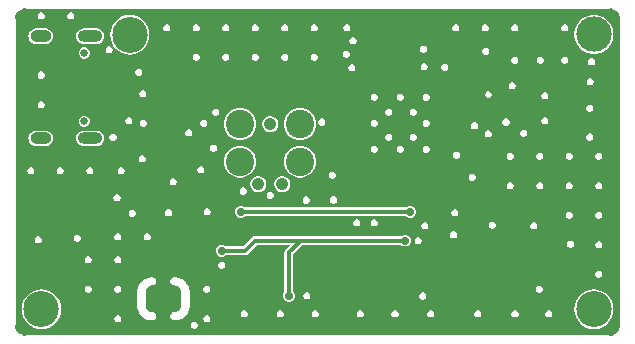
<source format=gbl>
G04*
G04 #@! TF.GenerationSoftware,Altium Limited,Altium Designer,23.0.1 (38)*
G04*
G04 Layer_Physical_Order=4*
G04 Layer_Color=16711680*
%FSLAX44Y44*%
%MOMM*%
G71*
G04*
G04 #@! TF.SameCoordinates,AA057BD2-FAE9-475E-A33E-1B252B641246*
G04*
G04*
G04 #@! TF.FilePolarity,Positive*
G04*
G01*
G75*
%ADD86C,0.3500*%
%ADD93O,3.0000X3.0480*%
%ADD94C,3.0000*%
%ADD95C,2.4000*%
%ADD96C,1.0670*%
%ADD97O,1.8000X1.0000*%
%ADD98C,0.6500*%
%ADD99O,2.1000X1.0000*%
%ADD100C,0.7000*%
G36*
X508019Y281331D02*
X510404Y280343D01*
X512452Y278771D01*
X514023Y276724D01*
X515011Y274339D01*
X515163Y273181D01*
X515080Y273056D01*
X514826Y271780D01*
Y13970D01*
X515080Y12694D01*
X515173Y12554D01*
X515011Y11321D01*
X514023Y8936D01*
X512452Y6888D01*
X510404Y5317D01*
X508019Y4329D01*
X506861Y4177D01*
X506736Y4260D01*
X505460Y4514D01*
X12700Y4514D01*
X11424Y4260D01*
X11299Y4177D01*
X10141Y4329D01*
X7756Y5317D01*
X5708Y6888D01*
X4137Y8936D01*
X3149Y11321D01*
X2987Y12554D01*
X3080Y12694D01*
X3334Y13970D01*
Y271780D01*
X3080Y273056D01*
X2997Y273181D01*
X3149Y274339D01*
X4137Y276724D01*
X5708Y278771D01*
X7756Y280343D01*
X10141Y281331D01*
X11299Y281483D01*
X11424Y281400D01*
X12700Y281146D01*
X505460Y281146D01*
X506736Y281400D01*
X506861Y281483D01*
X508019Y281331D01*
D02*
G37*
%LPC*%
G36*
X50597Y278000D02*
X49403D01*
X48301Y277543D01*
X47457Y276699D01*
X47000Y275597D01*
Y274403D01*
X47457Y273301D01*
X48301Y272457D01*
X49403Y272000D01*
X50597D01*
X51699Y272457D01*
X52543Y273301D01*
X53000Y274403D01*
Y275597D01*
X52543Y276699D01*
X51699Y277543D01*
X50597Y278000D01*
D02*
G37*
G36*
X25597D02*
X24403D01*
X23301Y277543D01*
X22457Y276699D01*
X22000Y275597D01*
Y274403D01*
X22457Y273301D01*
X23301Y272457D01*
X24403Y272000D01*
X25597D01*
X26699Y272457D01*
X27543Y273301D01*
X28000Y274403D01*
Y275597D01*
X27543Y276699D01*
X26699Y277543D01*
X25597Y278000D01*
D02*
G37*
G36*
X284315Y268176D02*
X283121D01*
X282019Y267719D01*
X281175Y266875D01*
X280718Y265773D01*
Y264579D01*
X281175Y263477D01*
X282019Y262633D01*
X283121Y262176D01*
X284315D01*
X285417Y262633D01*
X286261Y263477D01*
X286718Y264579D01*
Y265773D01*
X286261Y266875D01*
X285417Y267719D01*
X284315Y268176D01*
D02*
G37*
G36*
X468760Y267875D02*
X467567D01*
X466464Y267418D01*
X465620Y266574D01*
X465163Y265471D01*
Y264278D01*
X465620Y263175D01*
X466464Y262331D01*
X467567Y261875D01*
X468760D01*
X469863Y262331D01*
X470707Y263175D01*
X471163Y264278D01*
Y265471D01*
X470707Y266574D01*
X469863Y267418D01*
X468760Y267875D01*
D02*
G37*
G36*
X426680D02*
X425487D01*
X424384Y267418D01*
X423540Y266574D01*
X423084Y265471D01*
Y264278D01*
X423540Y263175D01*
X424384Y262331D01*
X425487Y261875D01*
X426680D01*
X427783Y262331D01*
X428627Y263175D01*
X429084Y264278D01*
Y265471D01*
X428627Y266574D01*
X427783Y267418D01*
X426680Y267875D01*
D02*
G37*
G36*
X401680D02*
X400487D01*
X399384Y267418D01*
X398540Y266574D01*
X398084Y265471D01*
Y264278D01*
X398540Y263175D01*
X399384Y262331D01*
X400487Y261875D01*
X401680D01*
X402783Y262331D01*
X403627Y263175D01*
X404084Y264278D01*
Y265471D01*
X403627Y266574D01*
X402783Y267418D01*
X401680Y267875D01*
D02*
G37*
G36*
X376680D02*
X375487D01*
X374384Y267418D01*
X373540Y266574D01*
X373084Y265471D01*
Y264278D01*
X373540Y263175D01*
X374384Y262331D01*
X375487Y261875D01*
X376680D01*
X377783Y262331D01*
X378627Y263175D01*
X379084Y264278D01*
Y265471D01*
X378627Y266574D01*
X377783Y267418D01*
X376680Y267875D01*
D02*
G37*
G36*
X256926D02*
X255733D01*
X254630Y267418D01*
X253786Y266574D01*
X253330Y265471D01*
Y264278D01*
X253786Y263175D01*
X254630Y262331D01*
X255733Y261875D01*
X256926D01*
X258029Y262331D01*
X258873Y263175D01*
X259330Y264278D01*
Y265471D01*
X258873Y266574D01*
X258029Y267418D01*
X256926Y267875D01*
D02*
G37*
G36*
X231926D02*
X230733D01*
X229630Y267418D01*
X228786Y266574D01*
X228330Y265471D01*
Y264278D01*
X228786Y263175D01*
X229630Y262331D01*
X230733Y261875D01*
X231926D01*
X233029Y262331D01*
X233873Y263175D01*
X234330Y264278D01*
Y265471D01*
X233873Y266574D01*
X233029Y267418D01*
X231926Y267875D01*
D02*
G37*
G36*
X206926D02*
X205733D01*
X204630Y267418D01*
X203786Y266574D01*
X203330Y265471D01*
Y264278D01*
X203786Y263175D01*
X204630Y262331D01*
X205733Y261875D01*
X206926D01*
X208029Y262331D01*
X208873Y263175D01*
X209330Y264278D01*
Y265471D01*
X208873Y266574D01*
X208029Y267418D01*
X206926Y267875D01*
D02*
G37*
G36*
X181926D02*
X180733D01*
X179630Y267418D01*
X178786Y266574D01*
X178330Y265471D01*
Y264278D01*
X178786Y263175D01*
X179630Y262331D01*
X180733Y261875D01*
X181926D01*
X183029Y262331D01*
X183873Y263175D01*
X184330Y264278D01*
Y265471D01*
X183873Y266574D01*
X183029Y267418D01*
X181926Y267875D01*
D02*
G37*
G36*
X156926D02*
X155733D01*
X154630Y267418D01*
X153786Y266574D01*
X153330Y265471D01*
Y264278D01*
X153786Y263175D01*
X154630Y262331D01*
X155733Y261875D01*
X156926D01*
X158029Y262331D01*
X158873Y263175D01*
X159330Y264278D01*
Y265471D01*
X158873Y266574D01*
X158029Y267418D01*
X156926Y267875D01*
D02*
G37*
G36*
X131926D02*
X130733D01*
X129630Y267418D01*
X128786Y266574D01*
X128330Y265471D01*
Y264278D01*
X128786Y263175D01*
X129630Y262331D01*
X130733Y261875D01*
X131926D01*
X133029Y262331D01*
X133873Y263175D01*
X134330Y264278D01*
Y265471D01*
X133873Y266574D01*
X133029Y267418D01*
X131926Y267875D01*
D02*
G37*
G36*
X72039Y264386D02*
X61039D01*
X59342Y264163D01*
X57761Y263508D01*
X56403Y262466D01*
X55361Y261108D01*
X54706Y259527D01*
X54483Y257830D01*
X54706Y256133D01*
X55361Y254552D01*
X56403Y253194D01*
X57761Y252152D01*
X59342Y251497D01*
X61039Y251274D01*
X72039D01*
X73736Y251497D01*
X75317Y252152D01*
X76675Y253194D01*
X77717Y254552D01*
X78372Y256133D01*
X78595Y257830D01*
X78372Y259527D01*
X77717Y261108D01*
X76675Y262466D01*
X75317Y263508D01*
X73736Y264163D01*
X72039Y264386D01*
D02*
G37*
G36*
X28739D02*
X20739D01*
X19042Y264163D01*
X17461Y263508D01*
X16103Y262466D01*
X15061Y261108D01*
X14406Y259527D01*
X14183Y257830D01*
X14406Y256133D01*
X15061Y254552D01*
X16103Y253194D01*
X17461Y252152D01*
X19042Y251497D01*
X20739Y251274D01*
X28739D01*
X30436Y251497D01*
X32017Y252152D01*
X33375Y253194D01*
X34417Y254552D01*
X35072Y256133D01*
X35295Y257830D01*
X35072Y259527D01*
X34417Y261108D01*
X33375Y262466D01*
X32017Y263508D01*
X30436Y264163D01*
X28739Y264386D01*
D02*
G37*
G36*
X289649Y257000D02*
X288455D01*
X287353Y256543D01*
X286509Y255699D01*
X286052Y254597D01*
Y253403D01*
X286509Y252301D01*
X287353Y251457D01*
X288455Y251000D01*
X289649D01*
X290751Y251457D01*
X291595Y252301D01*
X292052Y253403D01*
Y254597D01*
X291595Y255699D01*
X290751Y256543D01*
X289649Y257000D01*
D02*
G37*
G36*
X349339Y249634D02*
X348145D01*
X347043Y249177D01*
X346199Y248333D01*
X345742Y247231D01*
Y246037D01*
X346199Y244935D01*
X347043Y244091D01*
X348145Y243634D01*
X349339D01*
X350441Y244091D01*
X351285Y244935D01*
X351742Y246037D01*
Y247231D01*
X351285Y248333D01*
X350441Y249177D01*
X349339Y249634D01*
D02*
G37*
G36*
X83147Y249380D02*
X81953D01*
X80851Y248923D01*
X80007Y248079D01*
X79550Y246977D01*
Y245783D01*
X80007Y244681D01*
X80851Y243837D01*
X81953Y243380D01*
X83147D01*
X84249Y243837D01*
X85093Y244681D01*
X85550Y245783D01*
Y246977D01*
X85093Y248079D01*
X84249Y248923D01*
X83147Y249380D01*
D02*
G37*
G36*
X494639Y275840D02*
X491389D01*
X488201Y275206D01*
X485198Y273962D01*
X482496Y272156D01*
X480198Y269858D01*
X478392Y267155D01*
X477148Y264153D01*
X476514Y260965D01*
Y257715D01*
X477148Y254527D01*
X478392Y251524D01*
X480198Y248822D01*
X482496Y246523D01*
X485198Y244718D01*
X488201Y243474D01*
X491389Y242840D01*
X494639D01*
X497827Y243474D01*
X500830Y244718D01*
X503532Y246523D01*
X505830Y248822D01*
X507636Y251524D01*
X508880Y254527D01*
X509514Y257715D01*
Y260965D01*
X508880Y264153D01*
X507636Y267155D01*
X505830Y269858D01*
X503532Y272156D01*
X500830Y273962D01*
X497827Y275206D01*
X494639Y275840D01*
D02*
G37*
G36*
X99996Y275920D02*
X96762Y275601D01*
X93651Y274658D01*
X90785Y273125D01*
X88272Y271064D01*
X86210Y268551D01*
X84678Y265685D01*
X83735Y262574D01*
X83416Y259340D01*
Y258860D01*
X83735Y255625D01*
X84678Y252515D01*
X86210Y249649D01*
X88272Y247136D01*
X90785Y245074D01*
X93651Y243542D01*
X96762Y242599D01*
X99996Y242280D01*
X103231Y242599D01*
X106341Y243542D01*
X109207Y245074D01*
X111720Y247136D01*
X113782Y249649D01*
X115314Y252515D01*
X116257Y255625D01*
X116576Y258860D01*
Y259340D01*
X116257Y262574D01*
X115314Y265685D01*
X113782Y268551D01*
X111720Y271064D01*
X109207Y273125D01*
X106341Y274658D01*
X103231Y275601D01*
X99996Y275920D01*
D02*
G37*
G36*
X402091Y247894D02*
X400897D01*
X399795Y247437D01*
X398951Y246593D01*
X398494Y245491D01*
Y244297D01*
X398951Y243195D01*
X399795Y242351D01*
X400897Y241894D01*
X402091D01*
X403193Y242351D01*
X404037Y243195D01*
X404494Y244297D01*
Y245491D01*
X404037Y246593D01*
X403193Y247437D01*
X402091Y247894D01*
D02*
G37*
G36*
X284061Y245570D02*
X282867D01*
X281765Y245113D01*
X280921Y244269D01*
X280464Y243167D01*
Y241973D01*
X280921Y240871D01*
X281765Y240027D01*
X282867Y239570D01*
X284061D01*
X285163Y240027D01*
X286007Y240871D01*
X286464Y241973D01*
Y243167D01*
X286007Y244269D01*
X285163Y245113D01*
X284061Y245570D01*
D02*
G37*
G36*
X62484Y248280D02*
X60594D01*
X58848Y247557D01*
X57512Y246221D01*
X56789Y244475D01*
Y242585D01*
X57512Y240839D01*
X58848Y239503D01*
X60594Y238780D01*
X62484D01*
X64230Y239503D01*
X65566Y240839D01*
X66289Y242585D01*
Y244475D01*
X65566Y246221D01*
X64230Y247557D01*
X62484Y248280D01*
D02*
G37*
G36*
X256926Y242875D02*
X255733D01*
X254630Y242418D01*
X253786Y241574D01*
X253330Y240471D01*
Y239278D01*
X253786Y238175D01*
X254630Y237331D01*
X255733Y236875D01*
X256926D01*
X258029Y237331D01*
X258873Y238175D01*
X259330Y239278D01*
Y240471D01*
X258873Y241574D01*
X258029Y242418D01*
X256926Y242875D01*
D02*
G37*
G36*
X231926D02*
X230733D01*
X229630Y242418D01*
X228786Y241574D01*
X228330Y240471D01*
Y239278D01*
X228786Y238175D01*
X229630Y237331D01*
X230733Y236875D01*
X231926D01*
X233029Y237331D01*
X233873Y238175D01*
X234330Y239278D01*
Y240471D01*
X233873Y241574D01*
X233029Y242418D01*
X231926Y242875D01*
D02*
G37*
G36*
X206926D02*
X205733D01*
X204630Y242418D01*
X203786Y241574D01*
X203330Y240471D01*
Y239278D01*
X203786Y238175D01*
X204630Y237331D01*
X205733Y236875D01*
X206926D01*
X208029Y237331D01*
X208873Y238175D01*
X209330Y239278D01*
Y240471D01*
X208873Y241574D01*
X208029Y242418D01*
X206926Y242875D01*
D02*
G37*
G36*
X181926D02*
X180733D01*
X179630Y242418D01*
X178786Y241574D01*
X178330Y240471D01*
Y239278D01*
X178786Y238175D01*
X179630Y237331D01*
X180733Y236875D01*
X181926D01*
X183029Y237331D01*
X183873Y238175D01*
X184330Y239278D01*
Y240471D01*
X183873Y241574D01*
X183029Y242418D01*
X181926Y242875D01*
D02*
G37*
G36*
X156926D02*
X155733D01*
X154630Y242418D01*
X153786Y241574D01*
X153330Y240471D01*
Y239278D01*
X153786Y238175D01*
X154630Y237331D01*
X155733Y236875D01*
X156926D01*
X158029Y237331D01*
X158873Y238175D01*
X159330Y239278D01*
Y240471D01*
X158873Y241574D01*
X158029Y242418D01*
X156926Y242875D01*
D02*
G37*
G36*
X468760Y240335D02*
X467567D01*
X466464Y239879D01*
X465620Y239035D01*
X465163Y237932D01*
Y236739D01*
X465620Y235636D01*
X466464Y234792D01*
X467567Y234335D01*
X468760D01*
X469863Y234792D01*
X470707Y235636D01*
X471163Y236739D01*
Y237932D01*
X470707Y239035D01*
X469863Y239879D01*
X468760Y240335D01*
D02*
G37*
G36*
X448347D02*
X447153D01*
X446051Y239879D01*
X445207Y239035D01*
X444750Y237932D01*
Y236739D01*
X445207Y235636D01*
X446051Y234792D01*
X447153Y234335D01*
X448347D01*
X449449Y234792D01*
X450293Y235636D01*
X450750Y236739D01*
Y237932D01*
X450293Y239035D01*
X449449Y239879D01*
X448347Y240335D01*
D02*
G37*
G36*
X426680D02*
X425487D01*
X424384Y239879D01*
X423540Y239035D01*
X423084Y237932D01*
Y236739D01*
X423540Y235636D01*
X424384Y234792D01*
X425487Y234335D01*
X426680D01*
X427783Y234792D01*
X428627Y235636D01*
X429084Y236739D01*
Y237932D01*
X428627Y239035D01*
X427783Y239879D01*
X426680Y240335D01*
D02*
G37*
G36*
X491579Y239220D02*
X490385D01*
X489283Y238763D01*
X488439Y237919D01*
X487982Y236817D01*
Y235623D01*
X488439Y234521D01*
X489283Y233677D01*
X490385Y233220D01*
X491579D01*
X492681Y233677D01*
X493525Y234521D01*
X493982Y235623D01*
Y236817D01*
X493525Y237919D01*
X492681Y238763D01*
X491579Y239220D01*
D02*
G37*
G36*
X349847Y235156D02*
X348653D01*
X347551Y234699D01*
X346707Y233855D01*
X346250Y232753D01*
Y231559D01*
X346707Y230457D01*
X347551Y229613D01*
X348653Y229156D01*
X349847D01*
X350949Y229613D01*
X351793Y230457D01*
X352250Y231559D01*
Y232753D01*
X351793Y233855D01*
X350949Y234699D01*
X349847Y235156D01*
D02*
G37*
G36*
X367373Y234394D02*
X366179D01*
X365077Y233937D01*
X364233Y233093D01*
X363776Y231991D01*
Y230797D01*
X364233Y229695D01*
X365077Y228851D01*
X366179Y228394D01*
X367373D01*
X368475Y228851D01*
X369319Y229695D01*
X369776Y230797D01*
Y231991D01*
X369319Y233093D01*
X368475Y233937D01*
X367373Y234394D01*
D02*
G37*
G36*
X288633Y234140D02*
X287439D01*
X286337Y233683D01*
X285493Y232839D01*
X285036Y231737D01*
Y230543D01*
X285493Y229441D01*
X286337Y228597D01*
X287439Y228140D01*
X288633D01*
X289735Y228597D01*
X290579Y229441D01*
X291036Y230543D01*
Y231737D01*
X290579Y232839D01*
X289735Y233683D01*
X288633Y234140D01*
D02*
G37*
G36*
X108293Y230330D02*
X107099D01*
X105997Y229873D01*
X105153Y229029D01*
X104696Y227927D01*
Y226733D01*
X105153Y225631D01*
X105997Y224787D01*
X107099Y224330D01*
X108293D01*
X109395Y224787D01*
X110239Y225631D01*
X110696Y226733D01*
Y227927D01*
X110239Y229029D01*
X109395Y229873D01*
X108293Y230330D01*
D02*
G37*
G36*
X25597Y228000D02*
X24403D01*
X23301Y227543D01*
X22457Y226699D01*
X22000Y225597D01*
Y224403D01*
X22457Y223301D01*
X23301Y222457D01*
X24403Y222000D01*
X25597D01*
X26699Y222457D01*
X27543Y223301D01*
X28000Y224403D01*
Y225597D01*
X27543Y226699D01*
X26699Y227543D01*
X25597Y228000D01*
D02*
G37*
G36*
X490563Y222456D02*
X489369D01*
X488267Y221999D01*
X487423Y221155D01*
X486966Y220053D01*
Y218859D01*
X487423Y217757D01*
X488267Y216913D01*
X489369Y216456D01*
X490563D01*
X491665Y216913D01*
X492509Y217757D01*
X492966Y218859D01*
Y220053D01*
X492509Y221155D01*
X491665Y221999D01*
X490563Y222456D01*
D02*
G37*
G36*
X424523Y218900D02*
X423329D01*
X422227Y218443D01*
X421383Y217599D01*
X420926Y216497D01*
Y215303D01*
X421383Y214201D01*
X422227Y213357D01*
X423329Y212900D01*
X424523D01*
X425625Y213357D01*
X426469Y214201D01*
X426926Y215303D01*
Y216497D01*
X426469Y217599D01*
X425625Y218443D01*
X424523Y218900D01*
D02*
G37*
G36*
X111567Y212296D02*
X110373D01*
X109271Y211839D01*
X108427Y210995D01*
X107970Y209893D01*
Y208699D01*
X108427Y207597D01*
X109271Y206753D01*
X110373Y206296D01*
X111567D01*
X112669Y206753D01*
X113513Y207597D01*
X113970Y208699D01*
Y209893D01*
X113513Y210995D01*
X112669Y211839D01*
X111567Y212296D01*
D02*
G37*
G36*
X404153Y211030D02*
X403059D01*
X402048Y210611D01*
X401275Y209838D01*
X400856Y208827D01*
Y207733D01*
X401275Y206722D01*
X402048Y205949D01*
X403059Y205530D01*
X404153D01*
X405164Y205949D01*
X405937Y206722D01*
X406356Y207733D01*
Y208827D01*
X405937Y209838D01*
X405164Y210611D01*
X404153Y211030D01*
D02*
G37*
G36*
X451955Y210518D02*
X450761D01*
X449659Y210061D01*
X448815Y209217D01*
X448358Y208115D01*
Y206921D01*
X448815Y205819D01*
X449659Y204975D01*
X450761Y204518D01*
X451955D01*
X453057Y204975D01*
X453901Y205819D01*
X454358Y206921D01*
Y208115D01*
X453901Y209217D01*
X453057Y210061D01*
X451955Y210518D01*
D02*
G37*
G36*
X351625Y208994D02*
X350431D01*
X349328Y208537D01*
X348485Y207693D01*
X348028Y206591D01*
Y205397D01*
X348485Y204295D01*
X349328Y203451D01*
X350431Y202994D01*
X351625D01*
X352727Y203451D01*
X353571Y204295D01*
X354028Y205397D01*
Y206591D01*
X353571Y207693D01*
X352727Y208537D01*
X351625Y208994D01*
D02*
G37*
G36*
X329781D02*
X328587D01*
X327485Y208537D01*
X326641Y207693D01*
X326184Y206591D01*
Y205397D01*
X326641Y204295D01*
X327485Y203451D01*
X328587Y202994D01*
X329781D01*
X330883Y203451D01*
X331727Y204295D01*
X332184Y205397D01*
Y206591D01*
X331727Y207693D01*
X330883Y208537D01*
X329781Y208994D01*
D02*
G37*
G36*
X307683D02*
X306489D01*
X305387Y208537D01*
X304543Y207693D01*
X304086Y206591D01*
Y205397D01*
X304543Y204295D01*
X305387Y203451D01*
X306489Y202994D01*
X307683D01*
X308785Y203451D01*
X309629Y204295D01*
X310086Y205397D01*
Y206591D01*
X309629Y207693D01*
X308785Y208537D01*
X307683Y208994D01*
D02*
G37*
G36*
X25597Y203000D02*
X24403D01*
X23301Y202543D01*
X22457Y201699D01*
X22000Y200597D01*
Y199403D01*
X22457Y198301D01*
X23301Y197457D01*
X24403Y197000D01*
X25597D01*
X26699Y197457D01*
X27543Y198301D01*
X28000Y199403D01*
Y200597D01*
X27543Y201699D01*
X26699Y202543D01*
X25597Y203000D01*
D02*
G37*
G36*
X490055Y199650D02*
X488861D01*
X487759Y199193D01*
X486915Y198349D01*
X486458Y197247D01*
Y196053D01*
X486915Y194951D01*
X487759Y194107D01*
X488861Y193650D01*
X490055D01*
X491157Y194107D01*
X492001Y194951D01*
X492458Y196053D01*
Y197247D01*
X492001Y198349D01*
X491157Y199193D01*
X490055Y199650D01*
D02*
G37*
G36*
X173317Y196548D02*
X172123D01*
X171021Y196091D01*
X170177Y195247D01*
X169720Y194145D01*
Y192951D01*
X170177Y191849D01*
X171021Y191005D01*
X172123Y190548D01*
X173317D01*
X174419Y191005D01*
X175263Y191849D01*
X175720Y192951D01*
Y194145D01*
X175263Y195247D01*
X174419Y196091D01*
X173317Y196548D01*
D02*
G37*
G36*
X340703Y196294D02*
X339509D01*
X338407Y195837D01*
X337563Y194993D01*
X337106Y193891D01*
Y192697D01*
X337563Y191595D01*
X338407Y190751D01*
X339509Y190294D01*
X340703D01*
X341805Y190751D01*
X342649Y191595D01*
X343106Y192697D01*
Y193891D01*
X342649Y194993D01*
X341805Y195837D01*
X340703Y196294D01*
D02*
G37*
G36*
X319875D02*
X318681D01*
X317579Y195837D01*
X316735Y194993D01*
X316278Y193891D01*
Y192697D01*
X316735Y191595D01*
X317579Y190751D01*
X318681Y190294D01*
X319875D01*
X320977Y190751D01*
X321821Y191595D01*
X322278Y192697D01*
Y193891D01*
X321821Y194993D01*
X320977Y195837D01*
X319875Y196294D01*
D02*
G37*
G36*
X451955Y189436D02*
X450761D01*
X449659Y188979D01*
X448815Y188135D01*
X448358Y187033D01*
Y185839D01*
X448815Y184737D01*
X449659Y183893D01*
X450761Y183436D01*
X451955D01*
X453057Y183893D01*
X453901Y184737D01*
X454358Y185839D01*
Y187033D01*
X453901Y188135D01*
X453057Y188979D01*
X451955Y189436D01*
D02*
G37*
G36*
X99911D02*
X98717D01*
X97615Y188979D01*
X96771Y188135D01*
X96314Y187033D01*
Y185839D01*
X96771Y184737D01*
X97615Y183893D01*
X98717Y183436D01*
X99911D01*
X101013Y183893D01*
X101857Y184737D01*
X102314Y185839D01*
Y187033D01*
X101857Y188135D01*
X101013Y188979D01*
X99911Y189436D01*
D02*
G37*
G36*
X419189Y188166D02*
X417995D01*
X416893Y187709D01*
X416049Y186865D01*
X415592Y185763D01*
Y184569D01*
X416049Y183467D01*
X416893Y182623D01*
X417995Y182166D01*
X419189D01*
X420291Y182623D01*
X421135Y183467D01*
X421592Y184569D01*
Y185763D01*
X421135Y186865D01*
X420291Y187709D01*
X419189Y188166D01*
D02*
G37*
G36*
X263233D02*
X262039D01*
X260937Y187709D01*
X260093Y186865D01*
X259636Y185763D01*
Y184569D01*
X260093Y183467D01*
X260937Y182623D01*
X262039Y182166D01*
X263233D01*
X264335Y182623D01*
X265179Y183467D01*
X265636Y184569D01*
Y185763D01*
X265179Y186865D01*
X264335Y187709D01*
X263233Y188166D01*
D02*
G37*
G36*
X112167Y187314D02*
X110973D01*
X109871Y186857D01*
X109027Y186013D01*
X108570Y184911D01*
Y183717D01*
X109027Y182615D01*
X109871Y181771D01*
X110973Y181314D01*
X112167D01*
X113269Y181771D01*
X114113Y182615D01*
X114570Y183717D01*
Y184911D01*
X114113Y186013D01*
X113269Y186857D01*
X112167Y187314D01*
D02*
G37*
G36*
X351625Y187150D02*
X350431D01*
X349328Y186693D01*
X348485Y185849D01*
X348028Y184747D01*
Y183553D01*
X348485Y182451D01*
X349328Y181607D01*
X350431Y181150D01*
X351625D01*
X352727Y181607D01*
X353571Y182451D01*
X354028Y183553D01*
Y184747D01*
X353571Y185849D01*
X352727Y186693D01*
X351625Y187150D01*
D02*
G37*
G36*
X307683D02*
X306489D01*
X305387Y186693D01*
X304543Y185849D01*
X304086Y184747D01*
Y183553D01*
X304543Y182451D01*
X305387Y181607D01*
X306489Y181150D01*
X307683D01*
X308785Y181607D01*
X309629Y182451D01*
X310086Y183553D01*
Y184747D01*
X309629Y185849D01*
X308785Y186693D01*
X307683Y187150D01*
D02*
G37*
G36*
X163411D02*
X162217D01*
X161115Y186693D01*
X160271Y185849D01*
X159814Y184747D01*
Y183553D01*
X160271Y182451D01*
X161115Y181607D01*
X162217Y181150D01*
X163411D01*
X164513Y181607D01*
X165357Y182451D01*
X165814Y183553D01*
Y184747D01*
X165357Y185849D01*
X164513Y186693D01*
X163411Y187150D01*
D02*
G37*
G36*
X62484Y190480D02*
X60594D01*
X58848Y189757D01*
X57512Y188421D01*
X56789Y186675D01*
Y184785D01*
X57512Y183039D01*
X58848Y181703D01*
X60594Y180980D01*
X62484D01*
X64230Y181703D01*
X65566Y183039D01*
X66289Y184785D01*
Y186675D01*
X65566Y188421D01*
X64230Y189757D01*
X62484Y190480D01*
D02*
G37*
G36*
X392519Y185118D02*
X391325D01*
X390223Y184661D01*
X389379Y183817D01*
X388922Y182715D01*
Y181521D01*
X389379Y180419D01*
X390223Y179575D01*
X391325Y179118D01*
X392519D01*
X393621Y179575D01*
X394465Y180419D01*
X394922Y181521D01*
Y182715D01*
X394465Y183817D01*
X393621Y184661D01*
X392519Y185118D01*
D02*
G37*
G36*
X219848Y190223D02*
X218048D01*
X216310Y189757D01*
X214751Y188857D01*
X213479Y187585D01*
X212579Y186026D01*
X212113Y184288D01*
Y182488D01*
X212579Y180750D01*
X213479Y179191D01*
X214751Y177919D01*
X216310Y177019D01*
X218048Y176553D01*
X219848D01*
X221586Y177019D01*
X223145Y177919D01*
X224417Y179191D01*
X225317Y180750D01*
X225783Y182488D01*
Y184288D01*
X225317Y186026D01*
X224417Y187585D01*
X223145Y188857D01*
X221586Y189757D01*
X219848Y190223D01*
D02*
G37*
G36*
X150711Y179022D02*
X149517D01*
X148415Y178565D01*
X147571Y177721D01*
X147114Y176619D01*
Y175425D01*
X147571Y174323D01*
X148415Y173479D01*
X149517Y173022D01*
X150711D01*
X151813Y173479D01*
X152657Y174323D01*
X153114Y175425D01*
Y176619D01*
X152657Y177721D01*
X151813Y178565D01*
X150711Y179022D01*
D02*
G37*
G36*
X434175Y178768D02*
X432981D01*
X431879Y178311D01*
X431035Y177467D01*
X430578Y176365D01*
Y175171D01*
X431035Y174069D01*
X431879Y173225D01*
X432981Y172768D01*
X434175D01*
X435277Y173225D01*
X436121Y174069D01*
X436578Y175171D01*
Y176365D01*
X436121Y177467D01*
X435277Y178311D01*
X434175Y178768D01*
D02*
G37*
G36*
X404203Y178134D02*
X403009D01*
X401907Y177677D01*
X401063Y176833D01*
X400606Y175731D01*
Y174537D01*
X401063Y173435D01*
X401907Y172591D01*
X403009Y172134D01*
X404203D01*
X405305Y172591D01*
X406149Y173435D01*
X406606Y174537D01*
Y175731D01*
X406149Y176833D01*
X405305Y177677D01*
X404203Y178134D01*
D02*
G37*
G36*
X246125Y196888D02*
X242571D01*
X239137Y195968D01*
X236059Y194191D01*
X233545Y191677D01*
X231768Y188599D01*
X230848Y185165D01*
Y181611D01*
X231768Y178177D01*
X233545Y175099D01*
X236059Y172585D01*
X239137Y170808D01*
X242571Y169888D01*
X246125D01*
X249559Y170808D01*
X252637Y172585D01*
X255151Y175099D01*
X256928Y178177D01*
X257848Y181611D01*
Y185165D01*
X256928Y188599D01*
X255151Y191677D01*
X252637Y194191D01*
X249559Y195968D01*
X246125Y196888D01*
D02*
G37*
G36*
X195325D02*
X191771D01*
X188337Y195968D01*
X185259Y194191D01*
X182745Y191677D01*
X180968Y188599D01*
X180048Y185165D01*
Y181611D01*
X180968Y178177D01*
X182745Y175099D01*
X185259Y172585D01*
X188337Y170808D01*
X191771Y169888D01*
X195325D01*
X198759Y170808D01*
X201837Y172585D01*
X204351Y175099D01*
X206128Y178177D01*
X207048Y181611D01*
Y185165D01*
X206128Y188599D01*
X204351Y191677D01*
X201837Y194191D01*
X198759Y195968D01*
X195325Y196888D01*
D02*
G37*
G36*
X490055Y175466D02*
X488861D01*
X487759Y175009D01*
X486915Y174165D01*
X486458Y173063D01*
Y171869D01*
X486915Y170767D01*
X487759Y169923D01*
X488861Y169466D01*
X490055D01*
X491157Y169923D01*
X492001Y170767D01*
X492458Y171869D01*
Y173063D01*
X492001Y174165D01*
X491157Y175009D01*
X490055Y175466D01*
D02*
G37*
G36*
X340703Y175212D02*
X339509D01*
X338407Y174755D01*
X337563Y173911D01*
X337106Y172809D01*
Y171615D01*
X337563Y170513D01*
X338407Y169669D01*
X339509Y169212D01*
X340703D01*
X341805Y169669D01*
X342649Y170513D01*
X343106Y171615D01*
Y172809D01*
X342649Y173911D01*
X341805Y174755D01*
X340703Y175212D01*
D02*
G37*
G36*
X319875D02*
X318681D01*
X317579Y174755D01*
X316735Y173911D01*
X316278Y172809D01*
Y171615D01*
X316735Y170513D01*
X317579Y169669D01*
X318681Y169212D01*
X319875D01*
X320977Y169669D01*
X321821Y170513D01*
X322278Y171615D01*
Y172809D01*
X321821Y173911D01*
X320977Y174755D01*
X319875Y175212D01*
D02*
G37*
G36*
X86449D02*
X85255D01*
X84153Y174755D01*
X83309Y173911D01*
X82852Y172809D01*
Y171615D01*
X83309Y170513D01*
X84153Y169669D01*
X85255Y169212D01*
X86449D01*
X87551Y169669D01*
X88395Y170513D01*
X88852Y171615D01*
Y172809D01*
X88395Y173911D01*
X87551Y174755D01*
X86449Y175212D01*
D02*
G37*
G36*
X72039Y177986D02*
X61039D01*
X59342Y177763D01*
X57761Y177108D01*
X56403Y176066D01*
X55361Y174708D01*
X54706Y173127D01*
X54483Y171430D01*
X54706Y169733D01*
X55361Y168152D01*
X56403Y166794D01*
X57761Y165752D01*
X59342Y165097D01*
X61039Y164874D01*
X72039D01*
X73736Y165097D01*
X75317Y165752D01*
X76675Y166794D01*
X77717Y168152D01*
X78372Y169733D01*
X78595Y171430D01*
X78372Y173127D01*
X77717Y174708D01*
X76675Y176066D01*
X75317Y177108D01*
X73736Y177763D01*
X72039Y177986D01*
D02*
G37*
G36*
X28739D02*
X20739D01*
X19042Y177763D01*
X17461Y177108D01*
X16103Y176066D01*
X15061Y174708D01*
X14406Y173127D01*
X14183Y171430D01*
X14406Y169733D01*
X15061Y168152D01*
X16103Y166794D01*
X17461Y165752D01*
X19042Y165097D01*
X20739Y164874D01*
X28739D01*
X30436Y165097D01*
X32017Y165752D01*
X33375Y166794D01*
X34417Y168152D01*
X35072Y169733D01*
X35295Y171430D01*
X35072Y173127D01*
X34417Y174708D01*
X33375Y176066D01*
X32017Y177108D01*
X30436Y177763D01*
X28739Y177986D01*
D02*
G37*
G36*
X171539Y165814D02*
X170345D01*
X169243Y165357D01*
X168399Y164513D01*
X167942Y163411D01*
Y162217D01*
X168399Y161115D01*
X169243Y160271D01*
X170345Y159814D01*
X171539D01*
X172641Y160271D01*
X173485Y161115D01*
X173942Y162217D01*
Y163411D01*
X173485Y164513D01*
X172641Y165357D01*
X171539Y165814D01*
D02*
G37*
G36*
X351625Y165052D02*
X350431D01*
X349328Y164595D01*
X348485Y163751D01*
X348028Y162649D01*
Y161455D01*
X348485Y160353D01*
X349328Y159509D01*
X350431Y159052D01*
X351625D01*
X352727Y159509D01*
X353571Y160353D01*
X354028Y161455D01*
Y162649D01*
X353571Y163751D01*
X352727Y164595D01*
X351625Y165052D01*
D02*
G37*
G36*
X329781D02*
X328587D01*
X327485Y164595D01*
X326641Y163751D01*
X326184Y162649D01*
Y161455D01*
X326641Y160353D01*
X327485Y159509D01*
X328587Y159052D01*
X329781D01*
X330883Y159509D01*
X331727Y160353D01*
X332184Y161455D01*
Y162649D01*
X331727Y163751D01*
X330883Y164595D01*
X329781Y165052D01*
D02*
G37*
G36*
X307683D02*
X306489D01*
X305387Y164595D01*
X304543Y163751D01*
X304086Y162649D01*
Y161455D01*
X304543Y160353D01*
X305387Y159509D01*
X306489Y159052D01*
X307683D01*
X308785Y159509D01*
X309629Y160353D01*
X310086Y161455D01*
Y162649D01*
X309629Y163751D01*
X308785Y164595D01*
X307683Y165052D01*
D02*
G37*
G36*
X377279Y159972D02*
X376085D01*
X374983Y159515D01*
X374139Y158671D01*
X373682Y157569D01*
Y156375D01*
X374139Y155273D01*
X374983Y154429D01*
X376085Y153972D01*
X377279D01*
X378381Y154429D01*
X379225Y155273D01*
X379682Y156375D01*
Y157569D01*
X379225Y158671D01*
X378381Y159515D01*
X377279Y159972D01*
D02*
G37*
G36*
X497722Y159330D02*
X496529D01*
X495426Y158873D01*
X494582Y158029D01*
X494125Y156926D01*
Y155733D01*
X494582Y154630D01*
X495426Y153786D01*
X496529Y153330D01*
X497722D01*
X498825Y153786D01*
X499669Y154630D01*
X500125Y155733D01*
Y156926D01*
X499669Y158029D01*
X498825Y158873D01*
X497722Y159330D01*
D02*
G37*
G36*
X472722D02*
X471529D01*
X470426Y158873D01*
X469582Y158029D01*
X469125Y156926D01*
Y155733D01*
X469582Y154630D01*
X470426Y153786D01*
X471529Y153330D01*
X472722D01*
X473825Y153786D01*
X474669Y154630D01*
X475125Y155733D01*
Y156926D01*
X474669Y158029D01*
X473825Y158873D01*
X472722Y159330D01*
D02*
G37*
G36*
X447722D02*
X446529D01*
X445426Y158873D01*
X444582Y158029D01*
X444125Y156926D01*
Y155733D01*
X444582Y154630D01*
X445426Y153786D01*
X446529Y153330D01*
X447722D01*
X448825Y153786D01*
X449669Y154630D01*
X450125Y155733D01*
Y156926D01*
X449669Y158029D01*
X448825Y158873D01*
X447722Y159330D01*
D02*
G37*
G36*
X422722D02*
X421529D01*
X420426Y158873D01*
X419582Y158029D01*
X419125Y156926D01*
Y155733D01*
X419582Y154630D01*
X420426Y153786D01*
X421529Y153330D01*
X422722D01*
X423825Y153786D01*
X424669Y154630D01*
X425125Y155733D01*
Y156926D01*
X424669Y158029D01*
X423825Y158873D01*
X422722Y159330D01*
D02*
G37*
G36*
X111247Y156924D02*
X110053D01*
X108951Y156467D01*
X108107Y155623D01*
X107650Y154521D01*
Y153327D01*
X108107Y152225D01*
X108951Y151381D01*
X110053Y150924D01*
X111247D01*
X112350Y151381D01*
X113193Y152225D01*
X113650Y153327D01*
Y154521D01*
X113193Y155623D01*
X112350Y156467D01*
X111247Y156924D01*
D02*
G37*
G36*
X160871Y147780D02*
X159677D01*
X158575Y147323D01*
X157731Y146479D01*
X157274Y145377D01*
Y144183D01*
X157731Y143081D01*
X158575Y142237D01*
X159677Y141780D01*
X160871D01*
X161973Y142237D01*
X162817Y143081D01*
X163274Y144183D01*
Y145377D01*
X162817Y146479D01*
X161973Y147323D01*
X160871Y147780D01*
D02*
G37*
G36*
X93561Y147018D02*
X92367D01*
X91265Y146561D01*
X90421Y145717D01*
X89964Y144615D01*
Y143421D01*
X90421Y142319D01*
X91265Y141475D01*
X92367Y141018D01*
X93561D01*
X94663Y141475D01*
X95507Y142319D01*
X95964Y143421D01*
Y144615D01*
X95507Y145717D01*
X94663Y146561D01*
X93561Y147018D01*
D02*
G37*
G36*
X66762Y146977D02*
X65569D01*
X64466Y146520D01*
X63622Y145676D01*
X63166Y144573D01*
Y143380D01*
X63622Y142277D01*
X64466Y141433D01*
X65569Y140977D01*
X66762D01*
X67865Y141433D01*
X68709Y142277D01*
X69166Y143380D01*
Y144573D01*
X68709Y145676D01*
X67865Y146520D01*
X66762Y146977D01*
D02*
G37*
G36*
X41762D02*
X40569D01*
X39466Y146520D01*
X38622Y145676D01*
X38166Y144573D01*
Y143380D01*
X38622Y142277D01*
X39466Y141433D01*
X40569Y140977D01*
X41762D01*
X42865Y141433D01*
X43709Y142277D01*
X44166Y143380D01*
Y144573D01*
X43709Y145676D01*
X42865Y146520D01*
X41762Y146977D01*
D02*
G37*
G36*
X16762D02*
X15569D01*
X14466Y146520D01*
X13622Y145676D01*
X13166Y144573D01*
Y143380D01*
X13622Y142277D01*
X14466Y141433D01*
X15569Y140977D01*
X16762D01*
X17865Y141433D01*
X18709Y142277D01*
X19166Y143380D01*
Y144573D01*
X18709Y145676D01*
X17865Y146520D01*
X16762Y146977D01*
D02*
G37*
G36*
X246125Y165138D02*
X242571D01*
X239137Y164218D01*
X236059Y162441D01*
X233545Y159927D01*
X231768Y156849D01*
X230848Y153415D01*
Y149861D01*
X231768Y146427D01*
X233545Y143349D01*
X236059Y140835D01*
X239137Y139058D01*
X242571Y138138D01*
X246125D01*
X249559Y139058D01*
X252637Y140835D01*
X255151Y143349D01*
X256928Y146427D01*
X257848Y149861D01*
Y153415D01*
X256928Y156849D01*
X255151Y159927D01*
X252637Y162441D01*
X249559Y164218D01*
X246125Y165138D01*
D02*
G37*
G36*
X195325D02*
X191771D01*
X188337Y164218D01*
X185259Y162441D01*
X182745Y159927D01*
X180968Y156849D01*
X180048Y153415D01*
Y149861D01*
X180968Y146427D01*
X182745Y143349D01*
X185259Y140835D01*
X188337Y139058D01*
X191771Y138138D01*
X195325D01*
X198759Y139058D01*
X201837Y140835D01*
X204351Y143349D01*
X206128Y146427D01*
X207048Y149861D01*
Y153415D01*
X206128Y156849D01*
X204351Y159927D01*
X201837Y162441D01*
X198759Y164218D01*
X195325Y165138D01*
D02*
G37*
G36*
X272123Y142954D02*
X270929D01*
X269827Y142497D01*
X268983Y141653D01*
X268526Y140551D01*
Y139357D01*
X268983Y138255D01*
X269827Y137411D01*
X270929Y136954D01*
X272123D01*
X273225Y137411D01*
X274069Y138255D01*
X274526Y139357D01*
Y140551D01*
X274069Y141653D01*
X273225Y142497D01*
X272123Y142954D01*
D02*
G37*
G36*
X390487Y141430D02*
X389293D01*
X388191Y140973D01*
X387347Y140129D01*
X386890Y139027D01*
Y137833D01*
X387347Y136731D01*
X388191Y135887D01*
X389293Y135430D01*
X390487D01*
X391589Y135887D01*
X392433Y136731D01*
X392890Y137833D01*
Y139027D01*
X392433Y140129D01*
X391589Y140973D01*
X390487Y141430D01*
D02*
G37*
G36*
X137351Y137620D02*
X136157D01*
X135055Y137163D01*
X134211Y136319D01*
X133754Y135217D01*
Y134023D01*
X134211Y132921D01*
X135055Y132077D01*
X136157Y131620D01*
X137351D01*
X138453Y132077D01*
X139297Y132921D01*
X139754Y134023D01*
Y135217D01*
X139297Y136319D01*
X138453Y137163D01*
X137351Y137620D01*
D02*
G37*
G36*
X497722Y134330D02*
X496529D01*
X495426Y133873D01*
X494582Y133029D01*
X494125Y131926D01*
Y130733D01*
X494582Y129630D01*
X495426Y128786D01*
X496529Y128330D01*
X497722D01*
X498825Y128786D01*
X499669Y129630D01*
X500125Y130733D01*
Y131926D01*
X499669Y133029D01*
X498825Y133873D01*
X497722Y134330D01*
D02*
G37*
G36*
X472722D02*
X471529D01*
X470426Y133873D01*
X469582Y133029D01*
X469125Y131926D01*
Y130733D01*
X469582Y129630D01*
X470426Y128786D01*
X471529Y128330D01*
X472722D01*
X473825Y128786D01*
X474669Y129630D01*
X475125Y130733D01*
Y131926D01*
X474669Y133029D01*
X473825Y133873D01*
X472722Y134330D01*
D02*
G37*
G36*
X447722D02*
X446529D01*
X445426Y133873D01*
X444582Y133029D01*
X444125Y131926D01*
Y130733D01*
X444582Y129630D01*
X445426Y128786D01*
X446529Y128330D01*
X447722D01*
X448825Y128786D01*
X449669Y129630D01*
X450125Y130733D01*
Y131926D01*
X449669Y133029D01*
X448825Y133873D01*
X447722Y134330D01*
D02*
G37*
G36*
X422722D02*
X421529D01*
X420426Y133873D01*
X419582Y133029D01*
X419125Y131926D01*
Y130733D01*
X419582Y129630D01*
X420426Y128786D01*
X421529Y128330D01*
X422722D01*
X423825Y128786D01*
X424669Y129630D01*
X425125Y130733D01*
Y131926D01*
X424669Y133029D01*
X423825Y133873D01*
X422722Y134330D01*
D02*
G37*
G36*
X230008Y139423D02*
X228208D01*
X226470Y138957D01*
X224911Y138057D01*
X223639Y136785D01*
X222739Y135226D01*
X222273Y133488D01*
Y131688D01*
X222739Y129950D01*
X223639Y128391D01*
X224911Y127119D01*
X226470Y126219D01*
X228208Y125753D01*
X230008D01*
X231746Y126219D01*
X233305Y127119D01*
X234577Y128391D01*
X235477Y129950D01*
X235943Y131688D01*
Y133488D01*
X235477Y135226D01*
X234577Y136785D01*
X233305Y138057D01*
X231746Y138957D01*
X230008Y139423D01*
D02*
G37*
G36*
X209688D02*
X207888D01*
X206150Y138957D01*
X204591Y138057D01*
X203319Y136785D01*
X202419Y135226D01*
X201953Y133488D01*
Y131688D01*
X202419Y129950D01*
X203319Y128391D01*
X204591Y127119D01*
X206150Y126219D01*
X207888Y125753D01*
X209688D01*
X211426Y126219D01*
X212985Y127119D01*
X214257Y128391D01*
X215157Y129950D01*
X215623Y131688D01*
Y133488D01*
X215157Y135226D01*
X214257Y136785D01*
X212985Y138057D01*
X211426Y138957D01*
X209688Y139423D01*
D02*
G37*
G36*
X196685Y129746D02*
X195491D01*
X194389Y129289D01*
X193545Y128445D01*
X193088Y127343D01*
Y126149D01*
X193545Y125047D01*
X194389Y124203D01*
X195491Y123746D01*
X196685D01*
X197787Y124203D01*
X198631Y125047D01*
X199088Y126149D01*
Y127343D01*
X198631Y128445D01*
X197787Y129289D01*
X196685Y129746D01*
D02*
G37*
G36*
X219545Y125988D02*
X218351D01*
X217249Y125531D01*
X216405Y124687D01*
X215948Y123585D01*
Y122391D01*
X216405Y121289D01*
X217249Y120445D01*
X218351Y119988D01*
X219545D01*
X220647Y120445D01*
X221491Y121289D01*
X221948Y122391D01*
Y123585D01*
X221491Y124687D01*
X220647Y125531D01*
X219545Y125988D01*
D02*
G37*
G36*
X89849Y124106D02*
X88655D01*
X87553Y123649D01*
X86709Y122805D01*
X86252Y121703D01*
Y120509D01*
X86709Y119407D01*
X87553Y118563D01*
X88655Y118106D01*
X89849D01*
X90951Y118563D01*
X91795Y119407D01*
X92252Y120509D01*
Y121703D01*
X91795Y122805D01*
X90951Y123649D01*
X89849Y124106D01*
D02*
G37*
G36*
X273139Y122178D02*
X271945D01*
X270843Y121721D01*
X269999Y120877D01*
X269542Y119775D01*
Y118581D01*
X269999Y117479D01*
X270843Y116635D01*
X271945Y116178D01*
X273139D01*
X274241Y116635D01*
X275085Y117479D01*
X275542Y118581D01*
Y119775D01*
X275085Y120877D01*
X274241Y121721D01*
X273139Y122178D01*
D02*
G37*
G36*
X250025D02*
X248831D01*
X247729Y121721D01*
X246885Y120877D01*
X246428Y119775D01*
Y118581D01*
X246885Y117479D01*
X247729Y116635D01*
X248831Y116178D01*
X250025D01*
X251127Y116635D01*
X251971Y117479D01*
X252428Y118581D01*
Y119775D01*
X251971Y120877D01*
X251127Y121721D01*
X250025Y122178D01*
D02*
G37*
G36*
X338561Y114220D02*
X336571D01*
X334734Y113459D01*
X334295Y113020D01*
X197280D01*
X196888Y113412D01*
X195051Y114173D01*
X193061D01*
X191224Y113412D01*
X189817Y112005D01*
X189056Y110168D01*
Y108178D01*
X189817Y106341D01*
X191224Y104934D01*
X193061Y104173D01*
X195051D01*
X196888Y104934D01*
X197327Y105373D01*
X334342D01*
X334734Y104981D01*
X336571Y104220D01*
X338561D01*
X340398Y104981D01*
X341805Y106388D01*
X342566Y108225D01*
Y110215D01*
X341805Y112052D01*
X340398Y113459D01*
X338561Y114220D01*
D02*
G37*
G36*
X166205Y112173D02*
X165011D01*
X163909Y111716D01*
X163065Y110872D01*
X162608Y109770D01*
Y108576D01*
X163065Y107474D01*
X163909Y106630D01*
X165011Y106173D01*
X166205D01*
X167307Y106630D01*
X168151Y107474D01*
X168608Y108576D01*
Y109770D01*
X168151Y110872D01*
X167307Y111716D01*
X166205Y112173D01*
D02*
G37*
G36*
X133439Y111458D02*
X132245D01*
X131143Y111001D01*
X130299Y110157D01*
X129842Y109055D01*
Y107861D01*
X130299Y106759D01*
X131143Y105915D01*
X132245Y105458D01*
X133439D01*
X134541Y105915D01*
X135385Y106759D01*
X135842Y107861D01*
Y109055D01*
X135385Y110157D01*
X134541Y111001D01*
X133439Y111458D01*
D02*
G37*
G36*
X375942Y111420D02*
X374748D01*
X373646Y110963D01*
X372802Y110119D01*
X372345Y109017D01*
Y107823D01*
X372802Y106721D01*
X373646Y105877D01*
X374748Y105420D01*
X375942D01*
X377044Y105877D01*
X377888Y106721D01*
X378345Y107823D01*
Y109017D01*
X377888Y110119D01*
X377044Y110963D01*
X375942Y111420D01*
D02*
G37*
G36*
X102705Y110950D02*
X101511D01*
X100409Y110493D01*
X99565Y109649D01*
X99108Y108547D01*
Y107353D01*
X99565Y106251D01*
X100409Y105407D01*
X101511Y104950D01*
X102705D01*
X103807Y105407D01*
X104651Y106251D01*
X105108Y107353D01*
Y108547D01*
X104651Y109649D01*
X103807Y110493D01*
X102705Y110950D01*
D02*
G37*
G36*
X497722Y109330D02*
X496529D01*
X495426Y108873D01*
X494582Y108029D01*
X494125Y106926D01*
Y105733D01*
X494582Y104630D01*
X495426Y103786D01*
X496529Y103330D01*
X497722D01*
X498825Y103786D01*
X499669Y104630D01*
X500125Y105733D01*
Y106926D01*
X499669Y108029D01*
X498825Y108873D01*
X497722Y109330D01*
D02*
G37*
G36*
X472722D02*
X471529D01*
X470426Y108873D01*
X469582Y108029D01*
X469125Y106926D01*
Y105733D01*
X469582Y104630D01*
X470426Y103786D01*
X471529Y103330D01*
X472722D01*
X473825Y103786D01*
X474669Y104630D01*
X475125Y105733D01*
Y106926D01*
X474669Y108029D01*
X473825Y108873D01*
X472722Y109330D01*
D02*
G37*
G36*
X307817Y102822D02*
X306623D01*
X305521Y102365D01*
X304677Y101521D01*
X304220Y100419D01*
Y99225D01*
X304677Y98123D01*
X305521Y97279D01*
X306623Y96822D01*
X307817D01*
X308919Y97279D01*
X309763Y98123D01*
X310220Y99225D01*
Y100419D01*
X309763Y101521D01*
X308919Y102365D01*
X307817Y102822D01*
D02*
G37*
G36*
X292817D02*
X291623D01*
X290521Y102365D01*
X289677Y101521D01*
X289220Y100419D01*
Y99225D01*
X289677Y98123D01*
X290521Y97279D01*
X291623Y96822D01*
X292817D01*
X293919Y97279D01*
X294763Y98123D01*
X295220Y99225D01*
Y100419D01*
X294763Y101521D01*
X293919Y102365D01*
X292817Y102822D01*
D02*
G37*
G36*
X407531Y100790D02*
X406337D01*
X405235Y100333D01*
X404391Y99489D01*
X403934Y98387D01*
Y97193D01*
X404391Y96091D01*
X405235Y95247D01*
X406337Y94790D01*
X407531D01*
X408633Y95247D01*
X409477Y96091D01*
X409934Y97193D01*
Y98387D01*
X409477Y99489D01*
X408633Y100333D01*
X407531Y100790D01*
D02*
G37*
G36*
X350422Y100418D02*
X349228D01*
X348125Y99961D01*
X347282Y99117D01*
X346825Y98015D01*
Y96821D01*
X347282Y95719D01*
X348125Y94875D01*
X349228Y94418D01*
X350422D01*
X351524Y94875D01*
X352368Y95719D01*
X352825Y96821D01*
Y98015D01*
X352368Y99117D01*
X351524Y99961D01*
X350422Y100418D01*
D02*
G37*
G36*
X442531Y100282D02*
X441337D01*
X440235Y99825D01*
X439391Y98981D01*
X438934Y97879D01*
Y96685D01*
X439391Y95583D01*
X440235Y94739D01*
X441337Y94282D01*
X442531D01*
X443633Y94739D01*
X444477Y95583D01*
X444934Y96685D01*
Y97879D01*
X444477Y98981D01*
X443633Y99825D01*
X442531Y100282D01*
D02*
G37*
G36*
X374739Y92662D02*
X373545D01*
X372443Y92205D01*
X371599Y91361D01*
X371142Y90259D01*
Y89065D01*
X371599Y87963D01*
X372443Y87119D01*
X373545Y86662D01*
X374739D01*
X375841Y87119D01*
X376685Y87963D01*
X377142Y89065D01*
Y90259D01*
X376685Y91361D01*
X375841Y92205D01*
X374739Y92662D01*
D02*
G37*
G36*
X115471Y90927D02*
X114278D01*
X113175Y90471D01*
X112331Y89627D01*
X111875Y88524D01*
Y87331D01*
X112331Y86228D01*
X113175Y85384D01*
X114278Y84927D01*
X115471D01*
X116574Y85384D01*
X117418Y86228D01*
X117875Y87331D01*
Y88524D01*
X117418Y89627D01*
X116574Y90471D01*
X115471Y90927D01*
D02*
G37*
G36*
X90471D02*
X89278D01*
X88175Y90471D01*
X87331Y89627D01*
X86875Y88524D01*
Y87331D01*
X87331Y86228D01*
X88175Y85384D01*
X89278Y84927D01*
X90471D01*
X91574Y85384D01*
X92418Y86228D01*
X92875Y87331D01*
Y88524D01*
X92418Y89627D01*
X91574Y90471D01*
X90471Y90927D01*
D02*
G37*
G36*
X56191Y89868D02*
X54997D01*
X53895Y89411D01*
X53051Y88567D01*
X52594Y87465D01*
Y86271D01*
X53051Y85169D01*
X53895Y84325D01*
X54997Y83868D01*
X56191D01*
X57293Y84325D01*
X58137Y85169D01*
X58594Y86271D01*
Y87465D01*
X58137Y88567D01*
X57293Y89411D01*
X56191Y89868D01*
D02*
G37*
G36*
X23203Y88344D02*
X22009D01*
X20907Y87887D01*
X20063Y87043D01*
X19606Y85941D01*
Y84747D01*
X20063Y83645D01*
X20907Y82801D01*
X22009Y82344D01*
X23203D01*
X24305Y82801D01*
X25149Y83645D01*
X25606Y84747D01*
Y85941D01*
X25149Y87043D01*
X24305Y87887D01*
X23203Y88344D01*
D02*
G37*
G36*
X345066Y87836D02*
X343873D01*
X342770Y87379D01*
X341926Y86535D01*
X341469Y85433D01*
Y84239D01*
X341926Y83137D01*
X342770Y82293D01*
X343873Y81836D01*
X345066D01*
X346169Y82293D01*
X347013Y83137D01*
X347469Y84239D01*
Y85433D01*
X347013Y86535D01*
X346169Y87379D01*
X345066Y87836D01*
D02*
G37*
G36*
X333921Y89836D02*
X331931D01*
X330094Y89075D01*
X329678Y88659D01*
X206248D01*
X204785Y88368D01*
X203544Y87540D01*
X196028Y80023D01*
X181048D01*
X180632Y80439D01*
X178795Y81200D01*
X176805D01*
X174968Y80439D01*
X173561Y79032D01*
X172800Y77195D01*
Y75205D01*
X173561Y73368D01*
X174968Y71961D01*
X176805Y71200D01*
X178795D01*
X180632Y71961D01*
X181048Y72377D01*
X197612D01*
X199075Y72668D01*
X200316Y73496D01*
X207832Y81013D01*
X235625D01*
X232088Y77476D01*
X231260Y76235D01*
X230969Y74772D01*
Y41348D01*
X230553Y40932D01*
X229792Y39095D01*
Y37105D01*
X230553Y35268D01*
X231960Y33861D01*
X233797Y33100D01*
X235787D01*
X237624Y33861D01*
X239031Y35268D01*
X239792Y37105D01*
Y39095D01*
X239031Y40932D01*
X238615Y41348D01*
Y73188D01*
X246440Y81013D01*
X329678D01*
X330094Y80597D01*
X331931Y79836D01*
X333921D01*
X335758Y80597D01*
X337165Y82004D01*
X337926Y83841D01*
Y85831D01*
X337165Y87668D01*
X335758Y89075D01*
X333921Y89836D01*
D02*
G37*
G36*
X473799Y84788D02*
X472605D01*
X471503Y84331D01*
X470659Y83487D01*
X470202Y82385D01*
Y81191D01*
X470659Y80089D01*
X471503Y79245D01*
X472605Y78788D01*
X473799D01*
X474901Y79245D01*
X475745Y80089D01*
X476202Y81191D01*
Y82385D01*
X475745Y83487D01*
X474901Y84331D01*
X473799Y84788D01*
D02*
G37*
G36*
X497722Y84330D02*
X496529D01*
X495426Y83873D01*
X494582Y83029D01*
X494125Y81926D01*
Y80733D01*
X494582Y79630D01*
X495426Y78786D01*
X496529Y78330D01*
X497722D01*
X498825Y78786D01*
X499669Y79630D01*
X500125Y80733D01*
Y81926D01*
X499669Y83029D01*
X498825Y83873D01*
X497722Y84330D01*
D02*
G37*
G36*
X90471Y71670D02*
X89278D01*
X88175Y71214D01*
X87331Y70370D01*
X86875Y69267D01*
Y68074D01*
X87331Y66971D01*
X88175Y66127D01*
X89278Y65670D01*
X90471D01*
X91574Y66127D01*
X92418Y66971D01*
X92875Y68074D01*
Y69267D01*
X92418Y70370D01*
X91574Y71214D01*
X90471Y71670D01*
D02*
G37*
G36*
X65471D02*
X64278D01*
X63175Y71214D01*
X62331Y70370D01*
X61875Y69267D01*
Y68074D01*
X62331Y66971D01*
X63175Y66127D01*
X64278Y65670D01*
X65471D01*
X66574Y66127D01*
X67418Y66971D01*
X67875Y68074D01*
Y69267D01*
X67418Y70370D01*
X66574Y71214D01*
X65471Y71670D01*
D02*
G37*
G36*
X178397Y66882D02*
X177203D01*
X176101Y66426D01*
X175257Y65582D01*
X174800Y64479D01*
Y63286D01*
X175257Y62183D01*
X176101Y61339D01*
X177203Y60882D01*
X178397D01*
X179499Y61339D01*
X180343Y62183D01*
X180800Y63286D01*
Y64479D01*
X180343Y65582D01*
X179499Y66426D01*
X178397Y66882D01*
D02*
G37*
G36*
X119438Y53943D02*
X117970D01*
X117817Y53879D01*
X117654Y53912D01*
X115520Y53488D01*
X115382Y53396D01*
X115216Y53396D01*
X113206Y52564D01*
X113088Y52446D01*
X112925Y52414D01*
X111116Y51206D01*
X111023Y51068D01*
X110870Y51005D01*
X109331Y49468D01*
X109267Y49314D01*
X109129Y49222D01*
X107919Y47414D01*
X107886Y47251D01*
X107768Y47134D01*
X106934Y45125D01*
X106934Y44959D01*
X106841Y44821D01*
X106524Y43234D01*
X106235Y42803D01*
X105932Y41279D01*
Y29972D01*
X106235Y28448D01*
X106521Y28021D01*
X106837Y26431D01*
X106930Y26293D01*
Y26127D01*
X107763Y24115D01*
X107881Y23998D01*
X107913Y23835D01*
X109123Y22024D01*
X109261Y21932D01*
X109325Y21778D01*
X110864Y20239D01*
X111018Y20175D01*
X111110Y20037D01*
X112920Y18827D01*
X113083Y18795D01*
X113201Y18677D01*
X115212Y17844D01*
X115379D01*
X115517Y17751D01*
X117653Y17327D01*
X117816Y17359D01*
X117969Y17296D01*
X119438D01*
X119736Y17419D01*
X120059Y17419D01*
X120760Y17710D01*
X120989Y17938D01*
X121287Y18062D01*
X121824Y18599D01*
X121948Y18897D01*
X122176Y19125D01*
X122467Y19827D01*
Y20150D01*
X122590Y20448D01*
Y20828D01*
Y21208D01*
X122467Y21506D01*
Y21829D01*
X122176Y22531D01*
X121948Y22759D01*
X121824Y23057D01*
X121287Y23594D01*
X120989Y23718D01*
X120760Y23946D01*
X120059Y24237D01*
X119736D01*
X119438Y24360D01*
X119098D01*
X118548Y24387D01*
X117431Y24610D01*
X116416Y25030D01*
X115503Y25640D01*
X114726Y26417D01*
X114116Y27330D01*
X113695Y28345D01*
X113634Y28656D01*
X113895Y29972D01*
Y41279D01*
X113635Y42589D01*
X113695Y42893D01*
X114116Y43908D01*
X114726Y44822D01*
X115503Y45598D01*
X116416Y46209D01*
X117431Y46629D01*
X118548Y46851D01*
X119098Y46878D01*
X119438D01*
X119736Y47002D01*
X120059Y47002D01*
X120760Y47292D01*
X120989Y47521D01*
X121287Y47644D01*
X121824Y48181D01*
X121948Y48480D01*
X122176Y48708D01*
X122467Y49410D01*
Y49732D01*
X122590Y50031D01*
Y50411D01*
Y50790D01*
X122467Y51089D01*
Y51412D01*
X122176Y52113D01*
X121948Y52342D01*
X121824Y52640D01*
X121287Y53177D01*
X120989Y53300D01*
X120760Y53529D01*
X120059Y53819D01*
X119736D01*
X119438Y53943D01*
D02*
G37*
G36*
X497722Y59330D02*
X496529D01*
X495426Y58873D01*
X494582Y58029D01*
X494125Y56926D01*
Y55733D01*
X494582Y54630D01*
X495426Y53786D01*
X496529Y53330D01*
X497722D01*
X498825Y53786D01*
X499669Y54630D01*
X500125Y55733D01*
Y56926D01*
X499669Y58029D01*
X498825Y58873D01*
X497722Y59330D01*
D02*
G37*
G36*
X447531Y46688D02*
X446337D01*
X445235Y46231D01*
X444391Y45387D01*
X443934Y44285D01*
Y43091D01*
X444391Y41989D01*
X445235Y41145D01*
X446337Y40688D01*
X447531D01*
X448633Y41145D01*
X449477Y41989D01*
X449934Y43091D01*
Y44285D01*
X449477Y45387D01*
X448633Y46231D01*
X447531Y46688D01*
D02*
G37*
G36*
X165697Y46670D02*
X164503D01*
X163401Y46214D01*
X162557Y45370D01*
X162100Y44267D01*
Y43074D01*
X162557Y41971D01*
X163401Y41127D01*
X164503Y40670D01*
X165697D01*
X166799Y41127D01*
X167643Y41971D01*
X168100Y43074D01*
Y44267D01*
X167643Y45370D01*
X166799Y46214D01*
X165697Y46670D01*
D02*
G37*
G36*
X90471D02*
X89278D01*
X88175Y46214D01*
X87331Y45370D01*
X86875Y44267D01*
Y43074D01*
X87331Y41971D01*
X88175Y41127D01*
X89278Y40670D01*
X90471D01*
X91574Y41127D01*
X92418Y41971D01*
X92875Y43074D01*
Y44267D01*
X92418Y45370D01*
X91574Y46214D01*
X90471Y46670D01*
D02*
G37*
G36*
X65471D02*
X64278D01*
X63175Y46214D01*
X62331Y45370D01*
X61875Y44267D01*
Y43074D01*
X62331Y41971D01*
X63175Y41127D01*
X64278Y40670D01*
X65471D01*
X66574Y41127D01*
X67418Y41971D01*
X67875Y43074D01*
Y44267D01*
X67418Y45370D01*
X66574Y46214D01*
X65471Y46670D01*
D02*
G37*
G36*
X250389Y41100D02*
X249195D01*
X248093Y40643D01*
X247249Y39799D01*
X246792Y38697D01*
Y37503D01*
X247249Y36401D01*
X248093Y35557D01*
X249195Y35100D01*
X250389D01*
X251491Y35557D01*
X252335Y36401D01*
X252792Y37503D01*
Y38697D01*
X252335Y39799D01*
X251491Y40643D01*
X250389Y41100D01*
D02*
G37*
G36*
X348523Y40846D02*
X347329D01*
X346227Y40389D01*
X345383Y39545D01*
X344926Y38443D01*
Y37249D01*
X345383Y36147D01*
X346227Y35303D01*
X347329Y34846D01*
X348523D01*
X349625Y35303D01*
X350469Y36147D01*
X350926Y37249D01*
Y38443D01*
X350469Y39545D01*
X349625Y40389D01*
X348523Y40846D01*
D02*
G37*
G36*
X455257Y25774D02*
X454063D01*
X452961Y25317D01*
X452117Y24473D01*
X451660Y23371D01*
Y22177D01*
X452117Y21075D01*
X452961Y20231D01*
X454063Y19774D01*
X455257D01*
X456359Y20231D01*
X457203Y21075D01*
X457660Y22177D01*
Y23371D01*
X457203Y24473D01*
X456359Y25317D01*
X455257Y25774D01*
D02*
G37*
G36*
X426809D02*
X425615D01*
X424513Y25317D01*
X423669Y24473D01*
X423212Y23371D01*
Y22177D01*
X423669Y21075D01*
X424513Y20231D01*
X425615Y19774D01*
X426809D01*
X427911Y20231D01*
X428755Y21075D01*
X429212Y22177D01*
Y23371D01*
X428755Y24473D01*
X427911Y25317D01*
X426809Y25774D01*
D02*
G37*
G36*
X395313D02*
X394119D01*
X393017Y25317D01*
X392173Y24473D01*
X391716Y23371D01*
Y22177D01*
X392173Y21075D01*
X393017Y20231D01*
X394119Y19774D01*
X395313D01*
X396415Y20231D01*
X397259Y21075D01*
X397716Y22177D01*
Y23371D01*
X397259Y24473D01*
X396415Y25317D01*
X395313Y25774D01*
D02*
G37*
G36*
X355397D02*
X354203D01*
X353101Y25317D01*
X352257Y24473D01*
X351800Y23371D01*
Y22177D01*
X352257Y21075D01*
X353101Y20231D01*
X354203Y19774D01*
X355397D01*
X356499Y20231D01*
X357343Y21075D01*
X357800Y22177D01*
Y23371D01*
X357343Y24473D01*
X356499Y25317D01*
X355397Y25774D01*
D02*
G37*
G36*
X325209D02*
X324015D01*
X322913Y25317D01*
X322069Y24473D01*
X321612Y23371D01*
Y22177D01*
X322069Y21075D01*
X322913Y20231D01*
X324015Y19774D01*
X325209D01*
X326311Y20231D01*
X327155Y21075D01*
X327612Y22177D01*
Y23371D01*
X327155Y24473D01*
X326311Y25317D01*
X325209Y25774D01*
D02*
G37*
G36*
X295961D02*
X294767D01*
X293665Y25317D01*
X292821Y24473D01*
X292364Y23371D01*
Y22177D01*
X292821Y21075D01*
X293665Y20231D01*
X294767Y19774D01*
X295961D01*
X297063Y20231D01*
X297907Y21075D01*
X298364Y22177D01*
Y23371D01*
X297907Y24473D01*
X297063Y25317D01*
X295961Y25774D01*
D02*
G37*
G36*
X257861D02*
X256667D01*
X255565Y25317D01*
X254721Y24473D01*
X254264Y23371D01*
Y22177D01*
X254721Y21075D01*
X255565Y20231D01*
X256667Y19774D01*
X257861D01*
X258963Y20231D01*
X259807Y21075D01*
X260264Y22177D01*
Y23371D01*
X259807Y24473D01*
X258963Y25317D01*
X257861Y25774D01*
D02*
G37*
G36*
X227927D02*
X226733D01*
X225631Y25317D01*
X224787Y24473D01*
X224330Y23371D01*
Y22177D01*
X224787Y21075D01*
X225631Y20231D01*
X226733Y19774D01*
X227927D01*
X229029Y20231D01*
X229873Y21075D01*
X230330Y22177D01*
Y23371D01*
X229873Y24473D01*
X229029Y25317D01*
X227927Y25774D01*
D02*
G37*
G36*
X197409D02*
X196215D01*
X195113Y25317D01*
X194269Y24473D01*
X193812Y23371D01*
Y22177D01*
X194269Y21075D01*
X195113Y20231D01*
X196215Y19774D01*
X197409D01*
X198511Y20231D01*
X199355Y21075D01*
X199812Y22177D01*
Y23371D01*
X199355Y24473D01*
X198511Y25317D01*
X197409Y25774D01*
D02*
G37*
G36*
X138944Y53943D02*
X137477D01*
X137178Y53819D01*
X136855D01*
X136154Y53529D01*
X135926Y53300D01*
X135627Y53177D01*
X135090Y52640D01*
X134967Y52341D01*
X134738Y52113D01*
X134448Y51412D01*
Y51089D01*
X134324Y50790D01*
Y50031D01*
X134448Y49733D01*
X134448Y49410D01*
X134738Y48708D01*
X134967Y48480D01*
X135090Y48181D01*
X135627Y47644D01*
X135926Y47521D01*
X136154Y47292D01*
X136855Y47002D01*
X137178D01*
X137477Y46878D01*
X137817D01*
X138366Y46851D01*
X139483Y46629D01*
X140498Y46209D01*
X141411Y45598D01*
X142188Y44822D01*
X142799Y43908D01*
X143219Y42893D01*
X143279Y42589D01*
X143019Y41279D01*
Y29972D01*
X143281Y28656D01*
X143219Y28345D01*
X142799Y27330D01*
X142188Y26417D01*
X141411Y25640D01*
X140498Y25030D01*
X139483Y24610D01*
X138366Y24387D01*
X137817Y24360D01*
X137477D01*
X137178Y24237D01*
X136855D01*
X136154Y23946D01*
X135926Y23718D01*
X135627Y23594D01*
X135090Y23057D01*
X134967Y22759D01*
X134738Y22531D01*
X134448Y21829D01*
Y21506D01*
X134324Y21208D01*
Y20448D01*
X134448Y20150D01*
X134448Y19827D01*
X134738Y19125D01*
X134967Y18897D01*
X135090Y18599D01*
X135627Y18062D01*
X135926Y17938D01*
X136154Y17710D01*
X136855Y17419D01*
X137178D01*
X137477Y17296D01*
X138945D01*
X139099Y17359D01*
X139262Y17327D01*
X141397Y17751D01*
X141536Y17844D01*
X141702D01*
X143713Y18677D01*
X143831Y18795D01*
X143994Y18827D01*
X145804Y20037D01*
X145897Y20175D01*
X146050Y20239D01*
X147590Y21778D01*
X147654Y21932D01*
X147792Y22024D01*
X149001Y23835D01*
X149034Y23998D01*
X149151Y24115D01*
X149985Y26127D01*
Y26293D01*
X150077Y26431D01*
X150393Y28021D01*
X150679Y28448D01*
X150982Y29972D01*
Y41279D01*
X150679Y42803D01*
X150391Y43234D01*
X150073Y44821D01*
X149980Y44959D01*
X149980Y45125D01*
X149146Y47134D01*
X149028Y47251D01*
X148996Y47414D01*
X147786Y49222D01*
X147647Y49314D01*
X147584Y49468D01*
X146045Y51005D01*
X145891Y51068D01*
X145799Y51206D01*
X143989Y52414D01*
X143826Y52446D01*
X143709Y52564D01*
X141699Y53396D01*
X141532Y53396D01*
X141394Y53488D01*
X139261Y53912D01*
X139098Y53879D01*
X138944Y53943D01*
D02*
G37*
G36*
X165697Y21670D02*
X164503D01*
X163401Y21214D01*
X162557Y20370D01*
X162100Y19267D01*
Y18074D01*
X162557Y16971D01*
X163401Y16127D01*
X164503Y15670D01*
X165697D01*
X166799Y16127D01*
X167643Y16971D01*
X168100Y18074D01*
Y19267D01*
X167643Y20370D01*
X166799Y21214D01*
X165697Y21670D01*
D02*
G37*
G36*
X90471D02*
X89278D01*
X88175Y21214D01*
X87331Y20370D01*
X86875Y19267D01*
Y18074D01*
X87331Y16971D01*
X88175Y16127D01*
X89278Y15670D01*
X90471D01*
X91574Y16127D01*
X92418Y16971D01*
X92875Y18074D01*
Y19267D01*
X92418Y20370D01*
X91574Y21214D01*
X90471Y21670D01*
D02*
G37*
G36*
X155283Y16208D02*
X154089D01*
X152987Y15751D01*
X152143Y14907D01*
X151686Y13805D01*
Y12611D01*
X152143Y11509D01*
X152987Y10665D01*
X154089Y10208D01*
X155283D01*
X156385Y10665D01*
X157229Y11509D01*
X157686Y12611D01*
Y13805D01*
X157229Y14907D01*
X156385Y15751D01*
X155283Y16208D01*
D02*
G37*
G36*
X493014Y43490D02*
X489779Y43171D01*
X486669Y42228D01*
X483803Y40696D01*
X481290Y38634D01*
X479228Y36121D01*
X477696Y33255D01*
X476753Y30145D01*
X476434Y26910D01*
Y26430D01*
X476753Y23195D01*
X477696Y20085D01*
X479228Y17219D01*
X481290Y14706D01*
X483803Y12644D01*
X486669Y11112D01*
X489779Y10169D01*
X493014Y9850D01*
X496249Y10169D01*
X499359Y11112D01*
X502225Y12644D01*
X504738Y14706D01*
X506800Y17219D01*
X508332Y20085D01*
X509275Y23195D01*
X509594Y26430D01*
Y26910D01*
X509275Y30145D01*
X508332Y33255D01*
X506800Y36121D01*
X504738Y38634D01*
X502225Y40696D01*
X499359Y42228D01*
X496249Y43171D01*
X493014Y43490D01*
D02*
G37*
G36*
X25280D02*
X22045Y43171D01*
X18935Y42228D01*
X16069Y40696D01*
X13556Y38634D01*
X11494Y36121D01*
X9962Y33255D01*
X9019Y30145D01*
X8700Y26910D01*
Y26430D01*
X9019Y23195D01*
X9962Y20085D01*
X11494Y17219D01*
X13556Y14706D01*
X16069Y12644D01*
X18935Y11112D01*
X22045Y10169D01*
X25280Y9850D01*
X28515Y10169D01*
X31625Y11112D01*
X34491Y12644D01*
X37004Y14706D01*
X39066Y17219D01*
X40598Y20085D01*
X41541Y23195D01*
X41860Y26430D01*
Y26910D01*
X41541Y30145D01*
X40598Y33255D01*
X39066Y36121D01*
X37004Y38634D01*
X34491Y40696D01*
X31625Y42228D01*
X28515Y43171D01*
X25280Y43490D01*
D02*
G37*
%LPD*%
D86*
X197612Y76200D02*
X206248Y84836D01*
X177800Y76200D02*
X197612D01*
X234792Y40640D02*
Y74772D01*
X244856Y84836D01*
X206248D02*
X244856D01*
X332486D01*
X194079Y109197D02*
X337542D01*
X194056Y109173D02*
X194079Y109197D01*
D93*
X493014Y26670D02*
D03*
X25280D02*
D03*
X99996Y259100D02*
D03*
D94*
X493014Y259340D02*
D03*
D95*
X193548Y151638D02*
D03*
Y183388D02*
D03*
X244348D02*
D03*
Y151638D02*
D03*
D96*
X218948Y183388D02*
D03*
X229108Y132588D02*
D03*
X208788D02*
D03*
D97*
X24739Y171430D02*
D03*
Y257830D02*
D03*
D98*
X61539Y185730D02*
D03*
Y243530D02*
D03*
X397510Y219360D02*
D03*
X376322Y182118D02*
D03*
D99*
X66539Y257830D02*
D03*
Y171430D02*
D03*
D100*
X282130Y163576D02*
D03*
X401934Y40132D02*
D03*
X372043Y118420D02*
D03*
X337566Y109220D02*
D03*
X332926Y84836D02*
D03*
X302926Y37846D02*
D03*
X282130Y139446D02*
D03*
X207366Y198780D02*
D03*
X271272Y185420D02*
D03*
X172974Y123190D02*
D03*
X194056Y109173D02*
D03*
X177800Y76200D02*
D03*
X114390Y69580D02*
D03*
X151638Y66040D02*
D03*
X234792Y38100D02*
D03*
X204866D02*
D03*
X115888Y13304D02*
D03*
X35448Y59436D02*
D03*
X306324Y275590D02*
D03*
M02*

</source>
